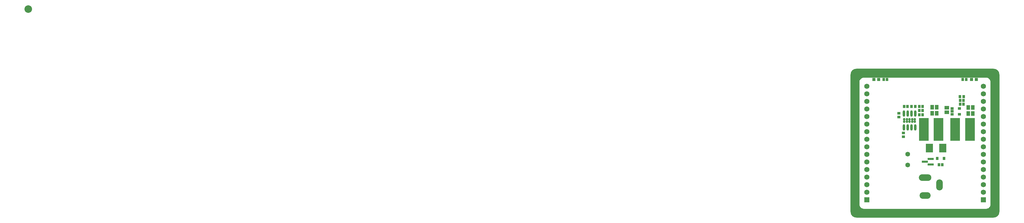
<source format=gts>
G04 Layer_Color=20142*
%FSLAX23Y23*%
%MOIN*%
G70*
G01*
G75*
%ADD35C,0.158*%
%ADD41R,0.036X0.041*%
%ADD42R,0.039X0.039*%
%ADD43R,0.038X0.041*%
%ADD44R,0.049X0.061*%
%ADD45R,0.043X0.034*%
%ADD46R,0.061X0.049*%
%ADD47R,0.041X0.038*%
%ADD48O,0.032X0.083*%
%ADD49R,0.126X0.303*%
%ADD50R,0.093X0.116*%
%ADD51R,0.033X0.041*%
%ADD52R,0.079X0.030*%
%ADD53C,0.063*%
%ADD54R,0.069X0.069*%
%ADD55C,0.069*%
%ADD56O,0.087X0.146*%
%ADD57O,0.146X0.087*%
%ADD58O,0.165X0.087*%
%ADD59C,0.034*%
%ADD60C,0.100*%
%ADD61C,0.058*%
G36*
X1890Y1969D02*
X1890Y1890D01*
X1969D01*
X1969Y79D01*
X1890D01*
Y-0D01*
X79Y-0D01*
Y79D01*
X-0Y79D01*
X-0Y1890D01*
X79Y1890D01*
X79Y1969D01*
X1890Y1969D01*
D02*
G37*
%LPC*%
G36*
X1850Y118D02*
X1850Y118D01*
X1850D01*
Y118D01*
D02*
G37*
G36*
X118Y1850D02*
D01*
Y1794D01*
D01*
Y1791D01*
D01*
X118Y174D01*
X119Y166D01*
X122Y154D01*
X128Y144D01*
X135Y135D01*
X144Y128D01*
X154Y122D01*
X166Y119D01*
X174Y118D01*
X177D01*
D01*
X1794Y118D01*
X1803Y119D01*
X1814Y122D01*
X1824Y128D01*
X1833Y135D01*
X1841Y144D01*
X1846Y154D01*
X1850Y166D01*
X1850Y174D01*
X1850Y1794D01*
X1850Y1803D01*
X1846Y1814D01*
X1841Y1824D01*
X1833Y1833D01*
X1824Y1841D01*
X1814Y1846D01*
X1803Y1850D01*
X1794Y1850D01*
X174Y1850D01*
X166Y1850D01*
X154Y1846D01*
X144Y1841D01*
X135Y1833D01*
X128Y1824D01*
X122Y1814D01*
X119Y1803D01*
X118Y1794D01*
Y1850D01*
D02*
G37*
G36*
X118Y118D02*
Y118D01*
X174D01*
D01*
X118D01*
X118Y118D01*
D02*
G37*
%LPD*%
D35*
X79Y79D02*
D03*
X1890D02*
D03*
X1890Y1890D02*
D03*
X79D02*
D03*
D41*
X1528Y1825D02*
D03*
X1482D02*
D03*
X437D02*
D03*
X483D02*
D03*
X1493Y1500D02*
D03*
X1447D02*
D03*
Y1550D02*
D03*
X1493D02*
D03*
X953Y1360D02*
D03*
X907D02*
D03*
X953Y1415D02*
D03*
X907D02*
D03*
X953Y1470D02*
D03*
X907D02*
D03*
X707D02*
D03*
X753D02*
D03*
X1167Y700D02*
D03*
X1213D02*
D03*
D42*
X1661Y1825D02*
D03*
X1599D02*
D03*
X309D02*
D03*
X371D02*
D03*
D43*
X1445Y1600D02*
D03*
X1495D02*
D03*
X805Y1470D02*
D03*
X855D02*
D03*
D44*
X1555Y1455D02*
D03*
X1615D02*
D03*
X1555Y1375D02*
D03*
X1615D02*
D03*
X1080Y1380D02*
D03*
X1140D02*
D03*
X1080Y1460D02*
D03*
X1140D02*
D03*
D45*
X1437Y1442D02*
D03*
Y1368D02*
D03*
X1343D02*
D03*
Y1405D02*
D03*
Y1442D02*
D03*
D46*
X1273Y1393D02*
D03*
Y1453D02*
D03*
D47*
X640Y1380D02*
D03*
Y1330D02*
D03*
X700Y1120D02*
D03*
Y1070D02*
D03*
D48*
X855Y1378D02*
D03*
X805D02*
D03*
X755D02*
D03*
X705D02*
D03*
X855Y1192D02*
D03*
X805D02*
D03*
X755D02*
D03*
X705D02*
D03*
D49*
X1382Y1165D02*
D03*
X1578D02*
D03*
X967D02*
D03*
X1163D02*
D03*
D50*
X1217Y920D02*
D03*
X1043D02*
D03*
D51*
X1146Y783D02*
D03*
X1234D02*
D03*
D52*
X982Y740D02*
D03*
X1060Y777D02*
D03*
Y703D02*
D03*
D53*
X755Y698D02*
D03*
Y840D02*
D03*
D54*
X1755Y235D02*
D03*
X215D02*
D03*
D55*
X1755Y335D02*
D03*
Y435D02*
D03*
Y535D02*
D03*
Y635D02*
D03*
Y735D02*
D03*
Y835D02*
D03*
Y935D02*
D03*
Y1035D02*
D03*
Y1135D02*
D03*
Y1235D02*
D03*
Y1335D02*
D03*
Y1435D02*
D03*
Y1535D02*
D03*
Y1635D02*
D03*
Y1735D02*
D03*
X215Y335D02*
D03*
Y435D02*
D03*
Y535D02*
D03*
Y635D02*
D03*
Y735D02*
D03*
Y835D02*
D03*
Y935D02*
D03*
Y1035D02*
D03*
Y1135D02*
D03*
Y1235D02*
D03*
Y1335D02*
D03*
Y1435D02*
D03*
Y1535D02*
D03*
Y1635D02*
D03*
Y1735D02*
D03*
D56*
X1174Y432D02*
D03*
D57*
X985Y294D02*
D03*
D58*
Y530D02*
D03*
D59*
X850Y1300D02*
D03*
Y1270D02*
D03*
X815Y1300D02*
D03*
Y1270D02*
D03*
X780D02*
D03*
Y1300D02*
D03*
X745D02*
D03*
Y1270D02*
D03*
X710Y1300D02*
D03*
Y1270D02*
D03*
D60*
X-10866Y2756D02*
D03*
D61*
X244Y59D02*
D03*
X429D02*
D03*
X614D02*
D03*
X799D02*
D03*
X984D02*
D03*
X1169D02*
D03*
X1354D02*
D03*
X1539D02*
D03*
X1724D02*
D03*
X1909Y244D02*
D03*
Y429D02*
D03*
Y614D02*
D03*
Y799D02*
D03*
Y984D02*
D03*
Y1169D02*
D03*
Y1354D02*
D03*
Y1539D02*
D03*
Y1724D02*
D03*
X1724Y1909D02*
D03*
X1539D02*
D03*
X1354D02*
D03*
X1169D02*
D03*
X984D02*
D03*
X799D02*
D03*
X614D02*
D03*
X429D02*
D03*
X244D02*
D03*
X59Y1724D02*
D03*
Y1539D02*
D03*
Y1354D02*
D03*
Y1169D02*
D03*
Y984D02*
D03*
Y799D02*
D03*
Y614D02*
D03*
Y429D02*
D03*
Y244D02*
D03*
M02*

</source>
